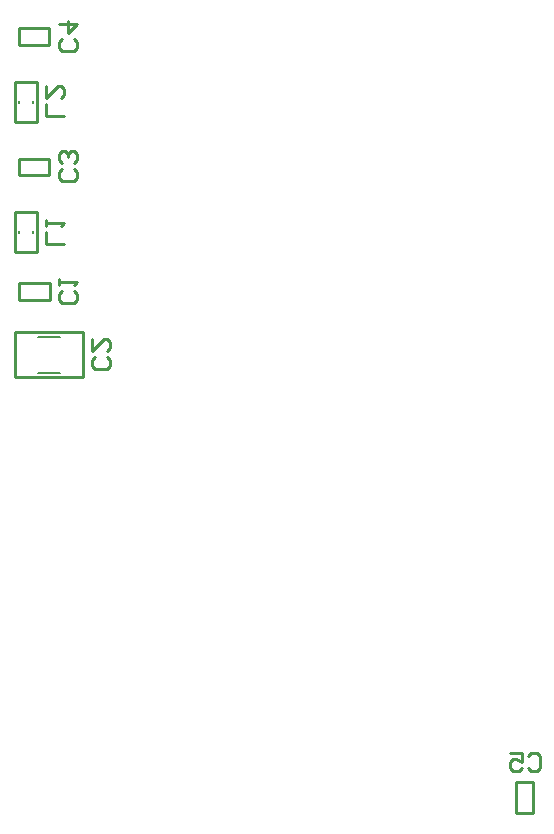
<source format=gbo>
G04*
G04 #@! TF.GenerationSoftware,Altium Limited,Altium Designer,18.0.9 (584)*
G04*
G04 Layer_Color=32896*
%FSLAX44Y44*%
%MOMM*%
G71*
G01*
G75*
%ADD11C,0.2540*%
%ADD13C,0.2000*%
D11*
X1165230Y54500D02*
Y80500D01*
X1179230D01*
Y54500D02*
Y80500D01*
X1165230Y54500D02*
X1179230D01*
X741100Y423170D02*
X798100D01*
Y461170D01*
X741100Y423170D02*
Y461170D01*
X798100D01*
X759520Y529250D02*
Y563250D01*
X740520D02*
X759520D01*
X740520Y529250D02*
X759520D01*
X740520D02*
Y563250D01*
X759520Y639250D02*
Y673250D01*
X740520D02*
X759520D01*
X740520Y639250D02*
X759520D01*
X740520D02*
Y673250D01*
X770000Y488730D02*
Y502730D01*
X744000D02*
X770000D01*
X744000Y488730D02*
Y502730D01*
Y488730D02*
X770000D01*
X769750Y593980D02*
Y607980D01*
X743750D02*
X769750D01*
X743750Y593980D02*
Y607980D01*
Y593980D02*
X769750D01*
X769750Y704730D02*
Y718730D01*
X743750D02*
X769750D01*
X743750Y704730D02*
Y718730D01*
Y704730D02*
X769750D01*
X782427Y644344D02*
X767192D01*
Y654501D01*
Y669736D02*
Y659579D01*
X777349Y669736D01*
X779888D01*
X782427Y667197D01*
Y662118D01*
X779888Y659579D01*
X782427Y536094D02*
X767192D01*
Y546251D01*
Y551329D02*
Y556408D01*
Y553868D01*
X782427D01*
X779888Y551329D01*
X1174711Y102174D02*
X1177251Y104713D01*
X1182329D01*
X1184868Y102174D01*
Y92017D01*
X1182329Y89478D01*
X1177251D01*
X1174711Y92017D01*
X1159476Y104713D02*
X1169633D01*
Y97095D01*
X1164555Y99635D01*
X1162015D01*
X1159476Y97095D01*
Y92017D01*
X1162015Y89478D01*
X1167094D01*
X1169633Y92017D01*
X791138Y709629D02*
X793677Y707090D01*
Y702011D01*
X791138Y699472D01*
X780981D01*
X778442Y702011D01*
Y707090D01*
X780981Y709629D01*
X778442Y722325D02*
X793677D01*
X786059Y714707D01*
Y724864D01*
X791138Y599237D02*
X793677Y596698D01*
Y591619D01*
X791138Y589080D01*
X780981D01*
X778442Y591619D01*
Y596698D01*
X780981Y599237D01*
X791138Y604315D02*
X793677Y606854D01*
Y611933D01*
X791138Y614472D01*
X788599D01*
X786059Y611933D01*
Y609393D01*
Y611933D01*
X783520Y614472D01*
X780981D01*
X778442Y611933D01*
Y606854D01*
X780981Y604315D01*
X818412Y440155D02*
X820951Y437616D01*
Y432537D01*
X818412Y429998D01*
X808255D01*
X805716Y432537D01*
Y437616D01*
X808255Y440155D01*
X805716Y455390D02*
Y445233D01*
X815873Y455390D01*
X818412D01*
X820951Y452851D01*
Y447772D01*
X818412Y445233D01*
X791138Y496071D02*
X793677Y493532D01*
Y488453D01*
X791138Y485914D01*
X780981D01*
X778442Y488453D01*
Y493532D01*
X780981Y496071D01*
X778442Y501149D02*
Y506227D01*
Y503688D01*
X793677D01*
X791138Y501149D01*
D13*
X760600Y426920D02*
X778600D01*
X760600Y457420D02*
X778600D01*
X756020Y545250D02*
Y547250D01*
X744020Y545250D02*
Y547250D01*
X756020Y655250D02*
Y657250D01*
X744020Y655250D02*
Y657250D01*
M02*

</source>
